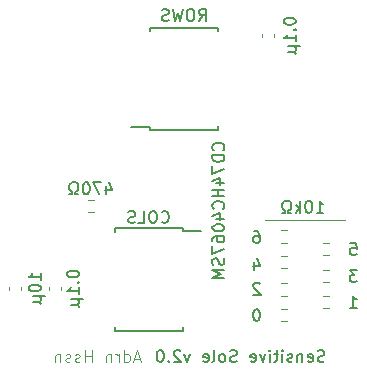
<source format=gbo>
%TF.GenerationSoftware,KiCad,Pcbnew,7.0.7*%
%TF.CreationDate,2023-12-07T16:32:09+01:00*%
%TF.ProjectId,SensitiveSole,53656e73-6974-4697-9665-536f6c652e6b,1.0*%
%TF.SameCoordinates,Original*%
%TF.FileFunction,Legend,Bot*%
%TF.FilePolarity,Positive*%
%FSLAX46Y46*%
G04 Gerber Fmt 4.6, Leading zero omitted, Abs format (unit mm)*
G04 Created by KiCad (PCBNEW 7.0.7) date 2023-12-07 16:32:09*
%MOMM*%
%LPD*%
G01*
G04 APERTURE LIST*
%ADD10C,0.100000*%
%ADD11C,0.200000*%
%ADD12C,0.125000*%
%ADD13C,0.150000*%
%ADD14C,0.120000*%
G04 APERTURE END LIST*
D10*
X143350000Y-106499000D02*
X150150000Y-106499000D01*
D11*
X148383945Y-118429600D02*
X148241088Y-118477219D01*
X148241088Y-118477219D02*
X148002993Y-118477219D01*
X148002993Y-118477219D02*
X147907755Y-118429600D01*
X147907755Y-118429600D02*
X147860136Y-118381980D01*
X147860136Y-118381980D02*
X147812517Y-118286742D01*
X147812517Y-118286742D02*
X147812517Y-118191504D01*
X147812517Y-118191504D02*
X147860136Y-118096266D01*
X147860136Y-118096266D02*
X147907755Y-118048647D01*
X147907755Y-118048647D02*
X148002993Y-118001028D01*
X148002993Y-118001028D02*
X148193469Y-117953409D01*
X148193469Y-117953409D02*
X148288707Y-117905790D01*
X148288707Y-117905790D02*
X148336326Y-117858171D01*
X148336326Y-117858171D02*
X148383945Y-117762933D01*
X148383945Y-117762933D02*
X148383945Y-117667695D01*
X148383945Y-117667695D02*
X148336326Y-117572457D01*
X148336326Y-117572457D02*
X148288707Y-117524838D01*
X148288707Y-117524838D02*
X148193469Y-117477219D01*
X148193469Y-117477219D02*
X147955374Y-117477219D01*
X147955374Y-117477219D02*
X147812517Y-117524838D01*
X147002993Y-118429600D02*
X147098231Y-118477219D01*
X147098231Y-118477219D02*
X147288707Y-118477219D01*
X147288707Y-118477219D02*
X147383945Y-118429600D01*
X147383945Y-118429600D02*
X147431564Y-118334361D01*
X147431564Y-118334361D02*
X147431564Y-117953409D01*
X147431564Y-117953409D02*
X147383945Y-117858171D01*
X147383945Y-117858171D02*
X147288707Y-117810552D01*
X147288707Y-117810552D02*
X147098231Y-117810552D01*
X147098231Y-117810552D02*
X147002993Y-117858171D01*
X147002993Y-117858171D02*
X146955374Y-117953409D01*
X146955374Y-117953409D02*
X146955374Y-118048647D01*
X146955374Y-118048647D02*
X147431564Y-118143885D01*
X146526802Y-117810552D02*
X146526802Y-118477219D01*
X146526802Y-117905790D02*
X146479183Y-117858171D01*
X146479183Y-117858171D02*
X146383945Y-117810552D01*
X146383945Y-117810552D02*
X146241088Y-117810552D01*
X146241088Y-117810552D02*
X146145850Y-117858171D01*
X146145850Y-117858171D02*
X146098231Y-117953409D01*
X146098231Y-117953409D02*
X146098231Y-118477219D01*
X145669659Y-118429600D02*
X145574421Y-118477219D01*
X145574421Y-118477219D02*
X145383945Y-118477219D01*
X145383945Y-118477219D02*
X145288707Y-118429600D01*
X145288707Y-118429600D02*
X145241088Y-118334361D01*
X145241088Y-118334361D02*
X145241088Y-118286742D01*
X145241088Y-118286742D02*
X145288707Y-118191504D01*
X145288707Y-118191504D02*
X145383945Y-118143885D01*
X145383945Y-118143885D02*
X145526802Y-118143885D01*
X145526802Y-118143885D02*
X145622040Y-118096266D01*
X145622040Y-118096266D02*
X145669659Y-118001028D01*
X145669659Y-118001028D02*
X145669659Y-117953409D01*
X145669659Y-117953409D02*
X145622040Y-117858171D01*
X145622040Y-117858171D02*
X145526802Y-117810552D01*
X145526802Y-117810552D02*
X145383945Y-117810552D01*
X145383945Y-117810552D02*
X145288707Y-117858171D01*
X144812516Y-118477219D02*
X144812516Y-117810552D01*
X144812516Y-117477219D02*
X144860135Y-117524838D01*
X144860135Y-117524838D02*
X144812516Y-117572457D01*
X144812516Y-117572457D02*
X144764897Y-117524838D01*
X144764897Y-117524838D02*
X144812516Y-117477219D01*
X144812516Y-117477219D02*
X144812516Y-117572457D01*
X144479183Y-117810552D02*
X144098231Y-117810552D01*
X144336326Y-117477219D02*
X144336326Y-118334361D01*
X144336326Y-118334361D02*
X144288707Y-118429600D01*
X144288707Y-118429600D02*
X144193469Y-118477219D01*
X144193469Y-118477219D02*
X144098231Y-118477219D01*
X143764897Y-118477219D02*
X143764897Y-117810552D01*
X143764897Y-117477219D02*
X143812516Y-117524838D01*
X143812516Y-117524838D02*
X143764897Y-117572457D01*
X143764897Y-117572457D02*
X143717278Y-117524838D01*
X143717278Y-117524838D02*
X143764897Y-117477219D01*
X143764897Y-117477219D02*
X143764897Y-117572457D01*
X143383945Y-117810552D02*
X143145850Y-118477219D01*
X143145850Y-118477219D02*
X142907755Y-117810552D01*
X142145850Y-118429600D02*
X142241088Y-118477219D01*
X142241088Y-118477219D02*
X142431564Y-118477219D01*
X142431564Y-118477219D02*
X142526802Y-118429600D01*
X142526802Y-118429600D02*
X142574421Y-118334361D01*
X142574421Y-118334361D02*
X142574421Y-117953409D01*
X142574421Y-117953409D02*
X142526802Y-117858171D01*
X142526802Y-117858171D02*
X142431564Y-117810552D01*
X142431564Y-117810552D02*
X142241088Y-117810552D01*
X142241088Y-117810552D02*
X142145850Y-117858171D01*
X142145850Y-117858171D02*
X142098231Y-117953409D01*
X142098231Y-117953409D02*
X142098231Y-118048647D01*
X142098231Y-118048647D02*
X142574421Y-118143885D01*
X140955373Y-118429600D02*
X140812516Y-118477219D01*
X140812516Y-118477219D02*
X140574421Y-118477219D01*
X140574421Y-118477219D02*
X140479183Y-118429600D01*
X140479183Y-118429600D02*
X140431564Y-118381980D01*
X140431564Y-118381980D02*
X140383945Y-118286742D01*
X140383945Y-118286742D02*
X140383945Y-118191504D01*
X140383945Y-118191504D02*
X140431564Y-118096266D01*
X140431564Y-118096266D02*
X140479183Y-118048647D01*
X140479183Y-118048647D02*
X140574421Y-118001028D01*
X140574421Y-118001028D02*
X140764897Y-117953409D01*
X140764897Y-117953409D02*
X140860135Y-117905790D01*
X140860135Y-117905790D02*
X140907754Y-117858171D01*
X140907754Y-117858171D02*
X140955373Y-117762933D01*
X140955373Y-117762933D02*
X140955373Y-117667695D01*
X140955373Y-117667695D02*
X140907754Y-117572457D01*
X140907754Y-117572457D02*
X140860135Y-117524838D01*
X140860135Y-117524838D02*
X140764897Y-117477219D01*
X140764897Y-117477219D02*
X140526802Y-117477219D01*
X140526802Y-117477219D02*
X140383945Y-117524838D01*
X139812516Y-118477219D02*
X139907754Y-118429600D01*
X139907754Y-118429600D02*
X139955373Y-118381980D01*
X139955373Y-118381980D02*
X140002992Y-118286742D01*
X140002992Y-118286742D02*
X140002992Y-118001028D01*
X140002992Y-118001028D02*
X139955373Y-117905790D01*
X139955373Y-117905790D02*
X139907754Y-117858171D01*
X139907754Y-117858171D02*
X139812516Y-117810552D01*
X139812516Y-117810552D02*
X139669659Y-117810552D01*
X139669659Y-117810552D02*
X139574421Y-117858171D01*
X139574421Y-117858171D02*
X139526802Y-117905790D01*
X139526802Y-117905790D02*
X139479183Y-118001028D01*
X139479183Y-118001028D02*
X139479183Y-118286742D01*
X139479183Y-118286742D02*
X139526802Y-118381980D01*
X139526802Y-118381980D02*
X139574421Y-118429600D01*
X139574421Y-118429600D02*
X139669659Y-118477219D01*
X139669659Y-118477219D02*
X139812516Y-118477219D01*
X138907754Y-118477219D02*
X139002992Y-118429600D01*
X139002992Y-118429600D02*
X139050611Y-118334361D01*
X139050611Y-118334361D02*
X139050611Y-117477219D01*
X138145849Y-118429600D02*
X138241087Y-118477219D01*
X138241087Y-118477219D02*
X138431563Y-118477219D01*
X138431563Y-118477219D02*
X138526801Y-118429600D01*
X138526801Y-118429600D02*
X138574420Y-118334361D01*
X138574420Y-118334361D02*
X138574420Y-117953409D01*
X138574420Y-117953409D02*
X138526801Y-117858171D01*
X138526801Y-117858171D02*
X138431563Y-117810552D01*
X138431563Y-117810552D02*
X138241087Y-117810552D01*
X138241087Y-117810552D02*
X138145849Y-117858171D01*
X138145849Y-117858171D02*
X138098230Y-117953409D01*
X138098230Y-117953409D02*
X138098230Y-118048647D01*
X138098230Y-118048647D02*
X138574420Y-118143885D01*
X137002991Y-117810552D02*
X136764896Y-118477219D01*
X136764896Y-118477219D02*
X136526801Y-117810552D01*
X136193467Y-117572457D02*
X136145848Y-117524838D01*
X136145848Y-117524838D02*
X136050610Y-117477219D01*
X136050610Y-117477219D02*
X135812515Y-117477219D01*
X135812515Y-117477219D02*
X135717277Y-117524838D01*
X135717277Y-117524838D02*
X135669658Y-117572457D01*
X135669658Y-117572457D02*
X135622039Y-117667695D01*
X135622039Y-117667695D02*
X135622039Y-117762933D01*
X135622039Y-117762933D02*
X135669658Y-117905790D01*
X135669658Y-117905790D02*
X136241086Y-118477219D01*
X136241086Y-118477219D02*
X135622039Y-118477219D01*
X135193467Y-118381980D02*
X135145848Y-118429600D01*
X135145848Y-118429600D02*
X135193467Y-118477219D01*
X135193467Y-118477219D02*
X135241086Y-118429600D01*
X135241086Y-118429600D02*
X135193467Y-118381980D01*
X135193467Y-118381980D02*
X135193467Y-118477219D01*
X134526801Y-117477219D02*
X134431563Y-117477219D01*
X134431563Y-117477219D02*
X134336325Y-117524838D01*
X134336325Y-117524838D02*
X134288706Y-117572457D01*
X134288706Y-117572457D02*
X134241087Y-117667695D01*
X134241087Y-117667695D02*
X134193468Y-117858171D01*
X134193468Y-117858171D02*
X134193468Y-118096266D01*
X134193468Y-118096266D02*
X134241087Y-118286742D01*
X134241087Y-118286742D02*
X134288706Y-118381980D01*
X134288706Y-118381980D02*
X134336325Y-118429600D01*
X134336325Y-118429600D02*
X134431563Y-118477219D01*
X134431563Y-118477219D02*
X134526801Y-118477219D01*
X134526801Y-118477219D02*
X134622039Y-118429600D01*
X134622039Y-118429600D02*
X134669658Y-118381980D01*
X134669658Y-118381980D02*
X134717277Y-118286742D01*
X134717277Y-118286742D02*
X134764896Y-118096266D01*
X134764896Y-118096266D02*
X134764896Y-117858171D01*
X134764896Y-117858171D02*
X134717277Y-117667695D01*
X134717277Y-117667695D02*
X134669658Y-117572457D01*
X134669658Y-117572457D02*
X134622039Y-117524838D01*
X134622039Y-117524838D02*
X134526801Y-117477219D01*
D12*
X132779287Y-118195404D02*
X132303097Y-118195404D01*
X132874525Y-118481119D02*
X132541192Y-117481119D01*
X132541192Y-117481119D02*
X132207859Y-118481119D01*
X131445954Y-118481119D02*
X131445954Y-117481119D01*
X131445954Y-118433500D02*
X131541192Y-118481119D01*
X131541192Y-118481119D02*
X131731668Y-118481119D01*
X131731668Y-118481119D02*
X131826906Y-118433500D01*
X131826906Y-118433500D02*
X131874525Y-118385880D01*
X131874525Y-118385880D02*
X131922144Y-118290642D01*
X131922144Y-118290642D02*
X131922144Y-118004928D01*
X131922144Y-118004928D02*
X131874525Y-117909690D01*
X131874525Y-117909690D02*
X131826906Y-117862071D01*
X131826906Y-117862071D02*
X131731668Y-117814452D01*
X131731668Y-117814452D02*
X131541192Y-117814452D01*
X131541192Y-117814452D02*
X131445954Y-117862071D01*
X130969763Y-118481119D02*
X130969763Y-117814452D01*
X130969763Y-118004928D02*
X130922144Y-117909690D01*
X130922144Y-117909690D02*
X130874525Y-117862071D01*
X130874525Y-117862071D02*
X130779287Y-117814452D01*
X130779287Y-117814452D02*
X130684049Y-117814452D01*
X130350715Y-117814452D02*
X130350715Y-118481119D01*
X130350715Y-117909690D02*
X130303096Y-117862071D01*
X130303096Y-117862071D02*
X130207858Y-117814452D01*
X130207858Y-117814452D02*
X130065001Y-117814452D01*
X130065001Y-117814452D02*
X129969763Y-117862071D01*
X129969763Y-117862071D02*
X129922144Y-117957309D01*
X129922144Y-117957309D02*
X129922144Y-118481119D01*
X128684048Y-118481119D02*
X128684048Y-117481119D01*
X128684048Y-117957309D02*
X128112620Y-117957309D01*
X128112620Y-118481119D02*
X128112620Y-117481119D01*
X127684048Y-118433500D02*
X127588810Y-118481119D01*
X127588810Y-118481119D02*
X127398334Y-118481119D01*
X127398334Y-118481119D02*
X127303096Y-118433500D01*
X127303096Y-118433500D02*
X127255477Y-118338261D01*
X127255477Y-118338261D02*
X127255477Y-118290642D01*
X127255477Y-118290642D02*
X127303096Y-118195404D01*
X127303096Y-118195404D02*
X127398334Y-118147785D01*
X127398334Y-118147785D02*
X127541191Y-118147785D01*
X127541191Y-118147785D02*
X127636429Y-118100166D01*
X127636429Y-118100166D02*
X127684048Y-118004928D01*
X127684048Y-118004928D02*
X127684048Y-117957309D01*
X127684048Y-117957309D02*
X127636429Y-117862071D01*
X127636429Y-117862071D02*
X127541191Y-117814452D01*
X127541191Y-117814452D02*
X127398334Y-117814452D01*
X127398334Y-117814452D02*
X127303096Y-117862071D01*
X126874524Y-118433500D02*
X126779286Y-118481119D01*
X126779286Y-118481119D02*
X126588810Y-118481119D01*
X126588810Y-118481119D02*
X126493572Y-118433500D01*
X126493572Y-118433500D02*
X126445953Y-118338261D01*
X126445953Y-118338261D02*
X126445953Y-118290642D01*
X126445953Y-118290642D02*
X126493572Y-118195404D01*
X126493572Y-118195404D02*
X126588810Y-118147785D01*
X126588810Y-118147785D02*
X126731667Y-118147785D01*
X126731667Y-118147785D02*
X126826905Y-118100166D01*
X126826905Y-118100166D02*
X126874524Y-118004928D01*
X126874524Y-118004928D02*
X126874524Y-117957309D01*
X126874524Y-117957309D02*
X126826905Y-117862071D01*
X126826905Y-117862071D02*
X126731667Y-117814452D01*
X126731667Y-117814452D02*
X126588810Y-117814452D01*
X126588810Y-117814452D02*
X126493572Y-117862071D01*
X126017381Y-117814452D02*
X126017381Y-118481119D01*
X126017381Y-117909690D02*
X125969762Y-117862071D01*
X125969762Y-117862071D02*
X125874524Y-117814452D01*
X125874524Y-117814452D02*
X125731667Y-117814452D01*
X125731667Y-117814452D02*
X125636429Y-117862071D01*
X125636429Y-117862071D02*
X125588810Y-117957309D01*
X125588810Y-117957309D02*
X125588810Y-118481119D01*
D13*
X142457523Y-107404819D02*
X142647999Y-107404819D01*
X142647999Y-107404819D02*
X142743237Y-107452438D01*
X142743237Y-107452438D02*
X142790856Y-107500057D01*
X142790856Y-107500057D02*
X142886094Y-107642914D01*
X142886094Y-107642914D02*
X142933713Y-107833390D01*
X142933713Y-107833390D02*
X142933713Y-108214342D01*
X142933713Y-108214342D02*
X142886094Y-108309580D01*
X142886094Y-108309580D02*
X142838475Y-108357200D01*
X142838475Y-108357200D02*
X142743237Y-108404819D01*
X142743237Y-108404819D02*
X142552761Y-108404819D01*
X142552761Y-108404819D02*
X142457523Y-108357200D01*
X142457523Y-108357200D02*
X142409904Y-108309580D01*
X142409904Y-108309580D02*
X142362285Y-108214342D01*
X142362285Y-108214342D02*
X142362285Y-107976247D01*
X142362285Y-107976247D02*
X142409904Y-107881009D01*
X142409904Y-107881009D02*
X142457523Y-107833390D01*
X142457523Y-107833390D02*
X142552761Y-107785771D01*
X142552761Y-107785771D02*
X142743237Y-107785771D01*
X142743237Y-107785771D02*
X142838475Y-107833390D01*
X142838475Y-107833390D02*
X142886094Y-107881009D01*
X142886094Y-107881009D02*
X142933713Y-107976247D01*
X142457523Y-110024152D02*
X142457523Y-110690819D01*
X142695618Y-109643200D02*
X142933713Y-110357485D01*
X142933713Y-110357485D02*
X142314666Y-110357485D01*
X142933713Y-111872057D02*
X142886094Y-111824438D01*
X142886094Y-111824438D02*
X142790856Y-111776819D01*
X142790856Y-111776819D02*
X142552761Y-111776819D01*
X142552761Y-111776819D02*
X142457523Y-111824438D01*
X142457523Y-111824438D02*
X142409904Y-111872057D01*
X142409904Y-111872057D02*
X142362285Y-111967295D01*
X142362285Y-111967295D02*
X142362285Y-112062533D01*
X142362285Y-112062533D02*
X142409904Y-112205390D01*
X142409904Y-112205390D02*
X142981332Y-112776819D01*
X142981332Y-112776819D02*
X142362285Y-112776819D01*
X124356819Y-111553714D02*
X124356819Y-110982286D01*
X124356819Y-111268000D02*
X123356819Y-111268000D01*
X123356819Y-111268000D02*
X123499676Y-111172762D01*
X123499676Y-111172762D02*
X123594914Y-111077524D01*
X123594914Y-111077524D02*
X123642533Y-110982286D01*
X123356819Y-112172762D02*
X123356819Y-112268000D01*
X123356819Y-112268000D02*
X123404438Y-112363238D01*
X123404438Y-112363238D02*
X123452057Y-112410857D01*
X123452057Y-112410857D02*
X123547295Y-112458476D01*
X123547295Y-112458476D02*
X123737771Y-112506095D01*
X123737771Y-112506095D02*
X123975866Y-112506095D01*
X123975866Y-112506095D02*
X124166342Y-112458476D01*
X124166342Y-112458476D02*
X124261580Y-112410857D01*
X124261580Y-112410857D02*
X124309200Y-112363238D01*
X124309200Y-112363238D02*
X124356819Y-112268000D01*
X124356819Y-112268000D02*
X124356819Y-112172762D01*
X124356819Y-112172762D02*
X124309200Y-112077524D01*
X124309200Y-112077524D02*
X124261580Y-112029905D01*
X124261580Y-112029905D02*
X124166342Y-111982286D01*
X124166342Y-111982286D02*
X123975866Y-111934667D01*
X123975866Y-111934667D02*
X123737771Y-111934667D01*
X123737771Y-111934667D02*
X123547295Y-111982286D01*
X123547295Y-111982286D02*
X123452057Y-112029905D01*
X123452057Y-112029905D02*
X123404438Y-112077524D01*
X123404438Y-112077524D02*
X123356819Y-112172762D01*
X123690152Y-112934667D02*
X124690152Y-112934667D01*
X124213961Y-113410857D02*
X124309200Y-113458476D01*
X124309200Y-113458476D02*
X124356819Y-113553714D01*
X124213961Y-112934667D02*
X124309200Y-112982286D01*
X124309200Y-112982286D02*
X124356819Y-113077524D01*
X124356819Y-113077524D02*
X124356819Y-113268000D01*
X124356819Y-113268000D02*
X124309200Y-113363238D01*
X124309200Y-113363238D02*
X124213961Y-113410857D01*
X124213961Y-113410857D02*
X123690152Y-113410857D01*
X126604819Y-110982286D02*
X126604819Y-111077524D01*
X126604819Y-111077524D02*
X126652438Y-111172762D01*
X126652438Y-111172762D02*
X126700057Y-111220381D01*
X126700057Y-111220381D02*
X126795295Y-111268000D01*
X126795295Y-111268000D02*
X126985771Y-111315619D01*
X126985771Y-111315619D02*
X127223866Y-111315619D01*
X127223866Y-111315619D02*
X127414342Y-111268000D01*
X127414342Y-111268000D02*
X127509580Y-111220381D01*
X127509580Y-111220381D02*
X127557200Y-111172762D01*
X127557200Y-111172762D02*
X127604819Y-111077524D01*
X127604819Y-111077524D02*
X127604819Y-110982286D01*
X127604819Y-110982286D02*
X127557200Y-110887048D01*
X127557200Y-110887048D02*
X127509580Y-110839429D01*
X127509580Y-110839429D02*
X127414342Y-110791810D01*
X127414342Y-110791810D02*
X127223866Y-110744191D01*
X127223866Y-110744191D02*
X126985771Y-110744191D01*
X126985771Y-110744191D02*
X126795295Y-110791810D01*
X126795295Y-110791810D02*
X126700057Y-110839429D01*
X126700057Y-110839429D02*
X126652438Y-110887048D01*
X126652438Y-110887048D02*
X126604819Y-110982286D01*
X127509580Y-111744191D02*
X127557200Y-111791810D01*
X127557200Y-111791810D02*
X127604819Y-111744191D01*
X127604819Y-111744191D02*
X127557200Y-111696572D01*
X127557200Y-111696572D02*
X127509580Y-111744191D01*
X127509580Y-111744191D02*
X127604819Y-111744191D01*
X127604819Y-112744190D02*
X127604819Y-112172762D01*
X127604819Y-112458476D02*
X126604819Y-112458476D01*
X126604819Y-112458476D02*
X126747676Y-112363238D01*
X126747676Y-112363238D02*
X126842914Y-112268000D01*
X126842914Y-112268000D02*
X126890533Y-112172762D01*
X126938152Y-113172762D02*
X127938152Y-113172762D01*
X127461961Y-113648952D02*
X127557200Y-113696571D01*
X127557200Y-113696571D02*
X127604819Y-113791809D01*
X127461961Y-113172762D02*
X127557200Y-113220381D01*
X127557200Y-113220381D02*
X127604819Y-113315619D01*
X127604819Y-113315619D02*
X127604819Y-113506095D01*
X127604819Y-113506095D02*
X127557200Y-113601333D01*
X127557200Y-113601333D02*
X127461961Y-113648952D01*
X127461961Y-113648952D02*
X126938152Y-113648952D01*
X142695618Y-114008819D02*
X142600380Y-114008819D01*
X142600380Y-114008819D02*
X142505142Y-114056438D01*
X142505142Y-114056438D02*
X142457523Y-114104057D01*
X142457523Y-114104057D02*
X142409904Y-114199295D01*
X142409904Y-114199295D02*
X142362285Y-114389771D01*
X142362285Y-114389771D02*
X142362285Y-114627866D01*
X142362285Y-114627866D02*
X142409904Y-114818342D01*
X142409904Y-114818342D02*
X142457523Y-114913580D01*
X142457523Y-114913580D02*
X142505142Y-114961200D01*
X142505142Y-114961200D02*
X142600380Y-115008819D01*
X142600380Y-115008819D02*
X142695618Y-115008819D01*
X142695618Y-115008819D02*
X142790856Y-114961200D01*
X142790856Y-114961200D02*
X142838475Y-114913580D01*
X142838475Y-114913580D02*
X142886094Y-114818342D01*
X142886094Y-114818342D02*
X142933713Y-114627866D01*
X142933713Y-114627866D02*
X142933713Y-114389771D01*
X142933713Y-114389771D02*
X142886094Y-114199295D01*
X142886094Y-114199295D02*
X142838475Y-114104057D01*
X142838475Y-114104057D02*
X142790856Y-114056438D01*
X142790856Y-114056438D02*
X142695618Y-114008819D01*
X147724666Y-105844819D02*
X148296094Y-105844819D01*
X148010380Y-105844819D02*
X148010380Y-104844819D01*
X148010380Y-104844819D02*
X148105618Y-104987676D01*
X148105618Y-104987676D02*
X148200856Y-105082914D01*
X148200856Y-105082914D02*
X148296094Y-105130533D01*
X147105618Y-104844819D02*
X147010380Y-104844819D01*
X147010380Y-104844819D02*
X146915142Y-104892438D01*
X146915142Y-104892438D02*
X146867523Y-104940057D01*
X146867523Y-104940057D02*
X146819904Y-105035295D01*
X146819904Y-105035295D02*
X146772285Y-105225771D01*
X146772285Y-105225771D02*
X146772285Y-105463866D01*
X146772285Y-105463866D02*
X146819904Y-105654342D01*
X146819904Y-105654342D02*
X146867523Y-105749580D01*
X146867523Y-105749580D02*
X146915142Y-105797200D01*
X146915142Y-105797200D02*
X147010380Y-105844819D01*
X147010380Y-105844819D02*
X147105618Y-105844819D01*
X147105618Y-105844819D02*
X147200856Y-105797200D01*
X147200856Y-105797200D02*
X147248475Y-105749580D01*
X147248475Y-105749580D02*
X147296094Y-105654342D01*
X147296094Y-105654342D02*
X147343713Y-105463866D01*
X147343713Y-105463866D02*
X147343713Y-105225771D01*
X147343713Y-105225771D02*
X147296094Y-105035295D01*
X147296094Y-105035295D02*
X147248475Y-104940057D01*
X147248475Y-104940057D02*
X147200856Y-104892438D01*
X147200856Y-104892438D02*
X147105618Y-104844819D01*
X146343713Y-105844819D02*
X146343713Y-104844819D01*
X146248475Y-105463866D02*
X145962761Y-105844819D01*
X145962761Y-105178152D02*
X146343713Y-105559104D01*
X145581808Y-105844819D02*
X145343713Y-105844819D01*
X145343713Y-105844819D02*
X145343713Y-105654342D01*
X145343713Y-105654342D02*
X145438951Y-105606723D01*
X145438951Y-105606723D02*
X145534189Y-105511485D01*
X145534189Y-105511485D02*
X145581808Y-105368628D01*
X145581808Y-105368628D02*
X145581808Y-105130533D01*
X145581808Y-105130533D02*
X145534189Y-104987676D01*
X145534189Y-104987676D02*
X145438951Y-104892438D01*
X145438951Y-104892438D02*
X145296094Y-104844819D01*
X145296094Y-104844819D02*
X145105618Y-104844819D01*
X145105618Y-104844819D02*
X144962761Y-104892438D01*
X144962761Y-104892438D02*
X144867523Y-104987676D01*
X144867523Y-104987676D02*
X144819904Y-105130533D01*
X144819904Y-105130533D02*
X144819904Y-105368628D01*
X144819904Y-105368628D02*
X144867523Y-105511485D01*
X144867523Y-105511485D02*
X144962761Y-105606723D01*
X144962761Y-105606723D02*
X145057999Y-105654342D01*
X145057999Y-105654342D02*
X145057999Y-105844819D01*
X145057999Y-105844819D02*
X144819904Y-105844819D01*
X134595238Y-106609580D02*
X134642857Y-106657200D01*
X134642857Y-106657200D02*
X134785714Y-106704819D01*
X134785714Y-106704819D02*
X134880952Y-106704819D01*
X134880952Y-106704819D02*
X135023809Y-106657200D01*
X135023809Y-106657200D02*
X135119047Y-106561961D01*
X135119047Y-106561961D02*
X135166666Y-106466723D01*
X135166666Y-106466723D02*
X135214285Y-106276247D01*
X135214285Y-106276247D02*
X135214285Y-106133390D01*
X135214285Y-106133390D02*
X135166666Y-105942914D01*
X135166666Y-105942914D02*
X135119047Y-105847676D01*
X135119047Y-105847676D02*
X135023809Y-105752438D01*
X135023809Y-105752438D02*
X134880952Y-105704819D01*
X134880952Y-105704819D02*
X134785714Y-105704819D01*
X134785714Y-105704819D02*
X134642857Y-105752438D01*
X134642857Y-105752438D02*
X134595238Y-105800057D01*
X133976190Y-105704819D02*
X133785714Y-105704819D01*
X133785714Y-105704819D02*
X133690476Y-105752438D01*
X133690476Y-105752438D02*
X133595238Y-105847676D01*
X133595238Y-105847676D02*
X133547619Y-106038152D01*
X133547619Y-106038152D02*
X133547619Y-106371485D01*
X133547619Y-106371485D02*
X133595238Y-106561961D01*
X133595238Y-106561961D02*
X133690476Y-106657200D01*
X133690476Y-106657200D02*
X133785714Y-106704819D01*
X133785714Y-106704819D02*
X133976190Y-106704819D01*
X133976190Y-106704819D02*
X134071428Y-106657200D01*
X134071428Y-106657200D02*
X134166666Y-106561961D01*
X134166666Y-106561961D02*
X134214285Y-106371485D01*
X134214285Y-106371485D02*
X134214285Y-106038152D01*
X134214285Y-106038152D02*
X134166666Y-105847676D01*
X134166666Y-105847676D02*
X134071428Y-105752438D01*
X134071428Y-105752438D02*
X133976190Y-105704819D01*
X132642857Y-106704819D02*
X133119047Y-106704819D01*
X133119047Y-106704819D02*
X133119047Y-105704819D01*
X132357142Y-106657200D02*
X132214285Y-106704819D01*
X132214285Y-106704819D02*
X131976190Y-106704819D01*
X131976190Y-106704819D02*
X131880952Y-106657200D01*
X131880952Y-106657200D02*
X131833333Y-106609580D01*
X131833333Y-106609580D02*
X131785714Y-106514342D01*
X131785714Y-106514342D02*
X131785714Y-106419104D01*
X131785714Y-106419104D02*
X131833333Y-106323866D01*
X131833333Y-106323866D02*
X131880952Y-106276247D01*
X131880952Y-106276247D02*
X131976190Y-106228628D01*
X131976190Y-106228628D02*
X132166666Y-106181009D01*
X132166666Y-106181009D02*
X132261904Y-106133390D01*
X132261904Y-106133390D02*
X132309523Y-106085771D01*
X132309523Y-106085771D02*
X132357142Y-105990533D01*
X132357142Y-105990533D02*
X132357142Y-105895295D01*
X132357142Y-105895295D02*
X132309523Y-105800057D01*
X132309523Y-105800057D02*
X132261904Y-105752438D01*
X132261904Y-105752438D02*
X132166666Y-105704819D01*
X132166666Y-105704819D02*
X131928571Y-105704819D01*
X131928571Y-105704819D02*
X131785714Y-105752438D01*
X150536285Y-113892819D02*
X151107713Y-113892819D01*
X150821999Y-113892819D02*
X150821999Y-112892819D01*
X150821999Y-112892819D02*
X150917237Y-113035676D01*
X150917237Y-113035676D02*
X151012475Y-113130914D01*
X151012475Y-113130914D02*
X151107713Y-113178533D01*
X144942819Y-89574286D02*
X144942819Y-89669524D01*
X144942819Y-89669524D02*
X144990438Y-89764762D01*
X144990438Y-89764762D02*
X145038057Y-89812381D01*
X145038057Y-89812381D02*
X145133295Y-89860000D01*
X145133295Y-89860000D02*
X145323771Y-89907619D01*
X145323771Y-89907619D02*
X145561866Y-89907619D01*
X145561866Y-89907619D02*
X145752342Y-89860000D01*
X145752342Y-89860000D02*
X145847580Y-89812381D01*
X145847580Y-89812381D02*
X145895200Y-89764762D01*
X145895200Y-89764762D02*
X145942819Y-89669524D01*
X145942819Y-89669524D02*
X145942819Y-89574286D01*
X145942819Y-89574286D02*
X145895200Y-89479048D01*
X145895200Y-89479048D02*
X145847580Y-89431429D01*
X145847580Y-89431429D02*
X145752342Y-89383810D01*
X145752342Y-89383810D02*
X145561866Y-89336191D01*
X145561866Y-89336191D02*
X145323771Y-89336191D01*
X145323771Y-89336191D02*
X145133295Y-89383810D01*
X145133295Y-89383810D02*
X145038057Y-89431429D01*
X145038057Y-89431429D02*
X144990438Y-89479048D01*
X144990438Y-89479048D02*
X144942819Y-89574286D01*
X145847580Y-90336191D02*
X145895200Y-90383810D01*
X145895200Y-90383810D02*
X145942819Y-90336191D01*
X145942819Y-90336191D02*
X145895200Y-90288572D01*
X145895200Y-90288572D02*
X145847580Y-90336191D01*
X145847580Y-90336191D02*
X145942819Y-90336191D01*
X145942819Y-91336190D02*
X145942819Y-90764762D01*
X145942819Y-91050476D02*
X144942819Y-91050476D01*
X144942819Y-91050476D02*
X145085676Y-90955238D01*
X145085676Y-90955238D02*
X145180914Y-90860000D01*
X145180914Y-90860000D02*
X145228533Y-90764762D01*
X145276152Y-91764762D02*
X146276152Y-91764762D01*
X145799961Y-92240952D02*
X145895200Y-92288571D01*
X145895200Y-92288571D02*
X145942819Y-92383809D01*
X145799961Y-91764762D02*
X145895200Y-91812381D01*
X145895200Y-91812381D02*
X145942819Y-91907619D01*
X145942819Y-91907619D02*
X145942819Y-92098095D01*
X145942819Y-92098095D02*
X145895200Y-92193333D01*
X145895200Y-92193333D02*
X145799961Y-92240952D01*
X145799961Y-92240952D02*
X145276152Y-92240952D01*
X150583904Y-108420819D02*
X151060094Y-108420819D01*
X151060094Y-108420819D02*
X151107713Y-108897009D01*
X151107713Y-108897009D02*
X151060094Y-108849390D01*
X151060094Y-108849390D02*
X150964856Y-108801771D01*
X150964856Y-108801771D02*
X150726761Y-108801771D01*
X150726761Y-108801771D02*
X150631523Y-108849390D01*
X150631523Y-108849390D02*
X150583904Y-108897009D01*
X150583904Y-108897009D02*
X150536285Y-108992247D01*
X150536285Y-108992247D02*
X150536285Y-109230342D01*
X150536285Y-109230342D02*
X150583904Y-109325580D01*
X150583904Y-109325580D02*
X150631523Y-109373200D01*
X150631523Y-109373200D02*
X150726761Y-109420819D01*
X150726761Y-109420819D02*
X150964856Y-109420819D01*
X150964856Y-109420819D02*
X151060094Y-109373200D01*
X151060094Y-109373200D02*
X151107713Y-109325580D01*
X129925833Y-103608138D02*
X129925833Y-104274805D01*
X130163928Y-103227186D02*
X130402023Y-103941471D01*
X130402023Y-103941471D02*
X129782976Y-103941471D01*
X129497261Y-103274805D02*
X128830595Y-103274805D01*
X128830595Y-103274805D02*
X129259166Y-104274805D01*
X128259166Y-103274805D02*
X128163928Y-103274805D01*
X128163928Y-103274805D02*
X128068690Y-103322424D01*
X128068690Y-103322424D02*
X128021071Y-103370043D01*
X128021071Y-103370043D02*
X127973452Y-103465281D01*
X127973452Y-103465281D02*
X127925833Y-103655757D01*
X127925833Y-103655757D02*
X127925833Y-103893852D01*
X127925833Y-103893852D02*
X127973452Y-104084328D01*
X127973452Y-104084328D02*
X128021071Y-104179566D01*
X128021071Y-104179566D02*
X128068690Y-104227186D01*
X128068690Y-104227186D02*
X128163928Y-104274805D01*
X128163928Y-104274805D02*
X128259166Y-104274805D01*
X128259166Y-104274805D02*
X128354404Y-104227186D01*
X128354404Y-104227186D02*
X128402023Y-104179566D01*
X128402023Y-104179566D02*
X128449642Y-104084328D01*
X128449642Y-104084328D02*
X128497261Y-103893852D01*
X128497261Y-103893852D02*
X128497261Y-103655757D01*
X128497261Y-103655757D02*
X128449642Y-103465281D01*
X128449642Y-103465281D02*
X128402023Y-103370043D01*
X128402023Y-103370043D02*
X128354404Y-103322424D01*
X128354404Y-103322424D02*
X128259166Y-103274805D01*
X127544880Y-104274805D02*
X127306785Y-104274805D01*
X127306785Y-104274805D02*
X127306785Y-104084328D01*
X127306785Y-104084328D02*
X127402023Y-104036709D01*
X127402023Y-104036709D02*
X127497261Y-103941471D01*
X127497261Y-103941471D02*
X127544880Y-103798614D01*
X127544880Y-103798614D02*
X127544880Y-103560519D01*
X127544880Y-103560519D02*
X127497261Y-103417662D01*
X127497261Y-103417662D02*
X127402023Y-103322424D01*
X127402023Y-103322424D02*
X127259166Y-103274805D01*
X127259166Y-103274805D02*
X127068690Y-103274805D01*
X127068690Y-103274805D02*
X126925833Y-103322424D01*
X126925833Y-103322424D02*
X126830595Y-103417662D01*
X126830595Y-103417662D02*
X126782976Y-103560519D01*
X126782976Y-103560519D02*
X126782976Y-103798614D01*
X126782976Y-103798614D02*
X126830595Y-103941471D01*
X126830595Y-103941471D02*
X126925833Y-104036709D01*
X126925833Y-104036709D02*
X127021071Y-104084328D01*
X127021071Y-104084328D02*
X127021071Y-104274805D01*
X127021071Y-104274805D02*
X126782976Y-104274805D01*
X137761904Y-89608819D02*
X138095237Y-89132628D01*
X138333332Y-89608819D02*
X138333332Y-88608819D01*
X138333332Y-88608819D02*
X137952380Y-88608819D01*
X137952380Y-88608819D02*
X137857142Y-88656438D01*
X137857142Y-88656438D02*
X137809523Y-88704057D01*
X137809523Y-88704057D02*
X137761904Y-88799295D01*
X137761904Y-88799295D02*
X137761904Y-88942152D01*
X137761904Y-88942152D02*
X137809523Y-89037390D01*
X137809523Y-89037390D02*
X137857142Y-89085009D01*
X137857142Y-89085009D02*
X137952380Y-89132628D01*
X137952380Y-89132628D02*
X138333332Y-89132628D01*
X137142856Y-88608819D02*
X136952380Y-88608819D01*
X136952380Y-88608819D02*
X136857142Y-88656438D01*
X136857142Y-88656438D02*
X136761904Y-88751676D01*
X136761904Y-88751676D02*
X136714285Y-88942152D01*
X136714285Y-88942152D02*
X136714285Y-89275485D01*
X136714285Y-89275485D02*
X136761904Y-89465961D01*
X136761904Y-89465961D02*
X136857142Y-89561200D01*
X136857142Y-89561200D02*
X136952380Y-89608819D01*
X136952380Y-89608819D02*
X137142856Y-89608819D01*
X137142856Y-89608819D02*
X137238094Y-89561200D01*
X137238094Y-89561200D02*
X137333332Y-89465961D01*
X137333332Y-89465961D02*
X137380951Y-89275485D01*
X137380951Y-89275485D02*
X137380951Y-88942152D01*
X137380951Y-88942152D02*
X137333332Y-88751676D01*
X137333332Y-88751676D02*
X137238094Y-88656438D01*
X137238094Y-88656438D02*
X137142856Y-88608819D01*
X136380951Y-88608819D02*
X136142856Y-89608819D01*
X136142856Y-89608819D02*
X135952380Y-88894533D01*
X135952380Y-88894533D02*
X135761904Y-89608819D01*
X135761904Y-89608819D02*
X135523809Y-88608819D01*
X135190475Y-89561200D02*
X135047618Y-89608819D01*
X135047618Y-89608819D02*
X134809523Y-89608819D01*
X134809523Y-89608819D02*
X134714285Y-89561200D01*
X134714285Y-89561200D02*
X134666666Y-89513580D01*
X134666666Y-89513580D02*
X134619047Y-89418342D01*
X134619047Y-89418342D02*
X134619047Y-89323104D01*
X134619047Y-89323104D02*
X134666666Y-89227866D01*
X134666666Y-89227866D02*
X134714285Y-89180247D01*
X134714285Y-89180247D02*
X134809523Y-89132628D01*
X134809523Y-89132628D02*
X134999999Y-89085009D01*
X134999999Y-89085009D02*
X135095237Y-89037390D01*
X135095237Y-89037390D02*
X135142856Y-88989771D01*
X135142856Y-88989771D02*
X135190475Y-88894533D01*
X135190475Y-88894533D02*
X135190475Y-88799295D01*
X135190475Y-88799295D02*
X135142856Y-88704057D01*
X135142856Y-88704057D02*
X135095237Y-88656438D01*
X135095237Y-88656438D02*
X134999999Y-88608819D01*
X134999999Y-88608819D02*
X134761904Y-88608819D01*
X134761904Y-88608819D02*
X134619047Y-88656438D01*
X139805580Y-100544952D02*
X139853200Y-100497333D01*
X139853200Y-100497333D02*
X139900819Y-100354476D01*
X139900819Y-100354476D02*
X139900819Y-100259238D01*
X139900819Y-100259238D02*
X139853200Y-100116381D01*
X139853200Y-100116381D02*
X139757961Y-100021143D01*
X139757961Y-100021143D02*
X139662723Y-99973524D01*
X139662723Y-99973524D02*
X139472247Y-99925905D01*
X139472247Y-99925905D02*
X139329390Y-99925905D01*
X139329390Y-99925905D02*
X139138914Y-99973524D01*
X139138914Y-99973524D02*
X139043676Y-100021143D01*
X139043676Y-100021143D02*
X138948438Y-100116381D01*
X138948438Y-100116381D02*
X138900819Y-100259238D01*
X138900819Y-100259238D02*
X138900819Y-100354476D01*
X138900819Y-100354476D02*
X138948438Y-100497333D01*
X138948438Y-100497333D02*
X138996057Y-100544952D01*
X139900819Y-100973524D02*
X138900819Y-100973524D01*
X138900819Y-100973524D02*
X138900819Y-101211619D01*
X138900819Y-101211619D02*
X138948438Y-101354476D01*
X138948438Y-101354476D02*
X139043676Y-101449714D01*
X139043676Y-101449714D02*
X139138914Y-101497333D01*
X139138914Y-101497333D02*
X139329390Y-101544952D01*
X139329390Y-101544952D02*
X139472247Y-101544952D01*
X139472247Y-101544952D02*
X139662723Y-101497333D01*
X139662723Y-101497333D02*
X139757961Y-101449714D01*
X139757961Y-101449714D02*
X139853200Y-101354476D01*
X139853200Y-101354476D02*
X139900819Y-101211619D01*
X139900819Y-101211619D02*
X139900819Y-100973524D01*
X138900819Y-101878286D02*
X138900819Y-102544952D01*
X138900819Y-102544952D02*
X139900819Y-102116381D01*
X139234152Y-103354476D02*
X139900819Y-103354476D01*
X138853200Y-103116381D02*
X139567485Y-102878286D01*
X139567485Y-102878286D02*
X139567485Y-103497333D01*
X139900819Y-103878286D02*
X138900819Y-103878286D01*
X139377009Y-103878286D02*
X139377009Y-104449714D01*
X139900819Y-104449714D02*
X138900819Y-104449714D01*
X139805580Y-105497333D02*
X139853200Y-105449714D01*
X139853200Y-105449714D02*
X139900819Y-105306857D01*
X139900819Y-105306857D02*
X139900819Y-105211619D01*
X139900819Y-105211619D02*
X139853200Y-105068762D01*
X139853200Y-105068762D02*
X139757961Y-104973524D01*
X139757961Y-104973524D02*
X139662723Y-104925905D01*
X139662723Y-104925905D02*
X139472247Y-104878286D01*
X139472247Y-104878286D02*
X139329390Y-104878286D01*
X139329390Y-104878286D02*
X139138914Y-104925905D01*
X139138914Y-104925905D02*
X139043676Y-104973524D01*
X139043676Y-104973524D02*
X138948438Y-105068762D01*
X138948438Y-105068762D02*
X138900819Y-105211619D01*
X138900819Y-105211619D02*
X138900819Y-105306857D01*
X138900819Y-105306857D02*
X138948438Y-105449714D01*
X138948438Y-105449714D02*
X138996057Y-105497333D01*
X139234152Y-106354476D02*
X139900819Y-106354476D01*
X138853200Y-106116381D02*
X139567485Y-105878286D01*
X139567485Y-105878286D02*
X139567485Y-106497333D01*
X138900819Y-107068762D02*
X138900819Y-107164000D01*
X138900819Y-107164000D02*
X138948438Y-107259238D01*
X138948438Y-107259238D02*
X138996057Y-107306857D01*
X138996057Y-107306857D02*
X139091295Y-107354476D01*
X139091295Y-107354476D02*
X139281771Y-107402095D01*
X139281771Y-107402095D02*
X139519866Y-107402095D01*
X139519866Y-107402095D02*
X139710342Y-107354476D01*
X139710342Y-107354476D02*
X139805580Y-107306857D01*
X139805580Y-107306857D02*
X139853200Y-107259238D01*
X139853200Y-107259238D02*
X139900819Y-107164000D01*
X139900819Y-107164000D02*
X139900819Y-107068762D01*
X139900819Y-107068762D02*
X139853200Y-106973524D01*
X139853200Y-106973524D02*
X139805580Y-106925905D01*
X139805580Y-106925905D02*
X139710342Y-106878286D01*
X139710342Y-106878286D02*
X139519866Y-106830667D01*
X139519866Y-106830667D02*
X139281771Y-106830667D01*
X139281771Y-106830667D02*
X139091295Y-106878286D01*
X139091295Y-106878286D02*
X138996057Y-106925905D01*
X138996057Y-106925905D02*
X138948438Y-106973524D01*
X138948438Y-106973524D02*
X138900819Y-107068762D01*
X138900819Y-108259238D02*
X138900819Y-108068762D01*
X138900819Y-108068762D02*
X138948438Y-107973524D01*
X138948438Y-107973524D02*
X138996057Y-107925905D01*
X138996057Y-107925905D02*
X139138914Y-107830667D01*
X139138914Y-107830667D02*
X139329390Y-107783048D01*
X139329390Y-107783048D02*
X139710342Y-107783048D01*
X139710342Y-107783048D02*
X139805580Y-107830667D01*
X139805580Y-107830667D02*
X139853200Y-107878286D01*
X139853200Y-107878286D02*
X139900819Y-107973524D01*
X139900819Y-107973524D02*
X139900819Y-108164000D01*
X139900819Y-108164000D02*
X139853200Y-108259238D01*
X139853200Y-108259238D02*
X139805580Y-108306857D01*
X139805580Y-108306857D02*
X139710342Y-108354476D01*
X139710342Y-108354476D02*
X139472247Y-108354476D01*
X139472247Y-108354476D02*
X139377009Y-108306857D01*
X139377009Y-108306857D02*
X139329390Y-108259238D01*
X139329390Y-108259238D02*
X139281771Y-108164000D01*
X139281771Y-108164000D02*
X139281771Y-107973524D01*
X139281771Y-107973524D02*
X139329390Y-107878286D01*
X139329390Y-107878286D02*
X139377009Y-107830667D01*
X139377009Y-107830667D02*
X139472247Y-107783048D01*
X138900819Y-108687810D02*
X138900819Y-109354476D01*
X138900819Y-109354476D02*
X139900819Y-108925905D01*
X139853200Y-109687810D02*
X139900819Y-109830667D01*
X139900819Y-109830667D02*
X139900819Y-110068762D01*
X139900819Y-110068762D02*
X139853200Y-110164000D01*
X139853200Y-110164000D02*
X139805580Y-110211619D01*
X139805580Y-110211619D02*
X139710342Y-110259238D01*
X139710342Y-110259238D02*
X139615104Y-110259238D01*
X139615104Y-110259238D02*
X139519866Y-110211619D01*
X139519866Y-110211619D02*
X139472247Y-110164000D01*
X139472247Y-110164000D02*
X139424628Y-110068762D01*
X139424628Y-110068762D02*
X139377009Y-109878286D01*
X139377009Y-109878286D02*
X139329390Y-109783048D01*
X139329390Y-109783048D02*
X139281771Y-109735429D01*
X139281771Y-109735429D02*
X139186533Y-109687810D01*
X139186533Y-109687810D02*
X139091295Y-109687810D01*
X139091295Y-109687810D02*
X138996057Y-109735429D01*
X138996057Y-109735429D02*
X138948438Y-109783048D01*
X138948438Y-109783048D02*
X138900819Y-109878286D01*
X138900819Y-109878286D02*
X138900819Y-110116381D01*
X138900819Y-110116381D02*
X138948438Y-110259238D01*
X139900819Y-110687810D02*
X138900819Y-110687810D01*
X138900819Y-110687810D02*
X139615104Y-111021143D01*
X139615104Y-111021143D02*
X138900819Y-111354476D01*
X138900819Y-111354476D02*
X139900819Y-111354476D01*
X151155332Y-110706819D02*
X150536285Y-110706819D01*
X150536285Y-110706819D02*
X150869618Y-111087771D01*
X150869618Y-111087771D02*
X150726761Y-111087771D01*
X150726761Y-111087771D02*
X150631523Y-111135390D01*
X150631523Y-111135390D02*
X150583904Y-111183009D01*
X150583904Y-111183009D02*
X150536285Y-111278247D01*
X150536285Y-111278247D02*
X150536285Y-111516342D01*
X150536285Y-111516342D02*
X150583904Y-111611580D01*
X150583904Y-111611580D02*
X150631523Y-111659200D01*
X150631523Y-111659200D02*
X150726761Y-111706819D01*
X150726761Y-111706819D02*
X151012475Y-111706819D01*
X151012475Y-111706819D02*
X151107713Y-111659200D01*
X151107713Y-111659200D02*
X151155332Y-111611580D01*
D14*
%TO.C,6*%
X145254724Y-108372500D02*
X144745276Y-108372500D01*
X145254724Y-107327500D02*
X144745276Y-107327500D01*
%TO.C,4*%
X145254724Y-110539168D02*
X144745276Y-110539168D01*
X145254724Y-109494168D02*
X144745276Y-109494168D01*
%TO.C,2*%
X145254724Y-112855832D02*
X144745276Y-112855832D01*
X145254724Y-111810832D02*
X144745276Y-111810832D01*
%TO.C,C2*%
X122738000Y-112095233D02*
X122738000Y-112387767D01*
X121718000Y-112095233D02*
X121718000Y-112387767D01*
%TO.C,C1*%
X126048000Y-112095233D02*
X126048000Y-112387767D01*
X125028000Y-112095233D02*
X125028000Y-112387767D01*
%TO.C,0*%
X145254724Y-115022500D02*
X144745276Y-115022500D01*
X145254724Y-113977500D02*
X144745276Y-113977500D01*
D13*
%TO.C,COLS*%
X136375000Y-115825000D02*
X136375000Y-115525000D01*
X136375000Y-115825000D02*
X130625000Y-115825000D01*
X136375000Y-107400000D02*
X137975000Y-107400000D01*
X136375000Y-107175000D02*
X136375000Y-107400000D01*
X136375000Y-107175000D02*
X130625000Y-107175000D01*
X130625000Y-115825000D02*
X130625000Y-115525000D01*
X130625000Y-107175000D02*
X130625000Y-107475000D01*
D14*
%TO.C,1*%
X148754724Y-113939150D02*
X148245276Y-113939150D01*
X148754724Y-112894150D02*
X148245276Y-112894150D01*
%TO.C,0*%
X144120000Y-90713733D02*
X144120000Y-91006267D01*
X143100000Y-90713733D02*
X143100000Y-91006267D01*
%TO.C,5*%
X148754724Y-109455850D02*
X148245276Y-109455850D01*
X148754724Y-108410850D02*
X148245276Y-108410850D01*
%TO.C,R8*%
X128337776Y-104727486D02*
X128847224Y-104727486D01*
X128337776Y-105772486D02*
X128847224Y-105772486D01*
D13*
%TO.C,ROWS*%
X133625000Y-90175000D02*
X133625000Y-90475000D01*
X133625000Y-90175000D02*
X139375000Y-90175000D01*
X133625000Y-98600000D02*
X132025000Y-98600000D01*
X133625000Y-98825000D02*
X133625000Y-98600000D01*
X133625000Y-98825000D02*
X139375000Y-98825000D01*
X139375000Y-90175000D02*
X139375000Y-90475000D01*
X139375000Y-98825000D02*
X139375000Y-98525000D01*
D14*
%TO.C,3*%
X148754724Y-111730825D02*
X148245276Y-111730825D01*
X148754724Y-110685825D02*
X148245276Y-110685825D01*
%TD*%
M02*

</source>
